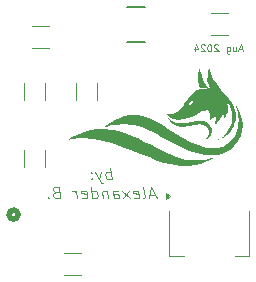
<source format=gbr>
%TF.GenerationSoftware,KiCad,Pcbnew,8.0.4*%
%TF.CreationDate,2024-08-01T02:26:55-04:00*%
%TF.ProjectId,esp32-c3-wroom-socket,65737033-322d-4633-932d-77726f6f6d2d,rev?*%
%TF.SameCoordinates,Original*%
%TF.FileFunction,Legend,Bot*%
%TF.FilePolarity,Positive*%
%FSLAX46Y46*%
G04 Gerber Fmt 4.6, Leading zero omitted, Abs format (unit mm)*
G04 Created by KiCad (PCBNEW 8.0.4) date 2024-08-01 02:26:55*
%MOMM*%
%LPD*%
G01*
G04 APERTURE LIST*
%ADD10C,0.100000*%
%ADD11C,0.120000*%
%ADD12C,0.508000*%
%ADD13C,0.000000*%
%ADD14C,0.152400*%
G04 APERTURE END LIST*
D10*
X154639285Y-72452447D02*
X154514285Y-71452447D01*
X154561904Y-71833399D02*
X154460713Y-71785780D01*
X154460713Y-71785780D02*
X154270237Y-71785780D01*
X154270237Y-71785780D02*
X154180951Y-71833399D01*
X154180951Y-71833399D02*
X154139285Y-71881018D01*
X154139285Y-71881018D02*
X154103570Y-71976256D01*
X154103570Y-71976256D02*
X154139285Y-72261970D01*
X154139285Y-72261970D02*
X154198808Y-72357208D01*
X154198808Y-72357208D02*
X154252380Y-72404828D01*
X154252380Y-72404828D02*
X154353570Y-72452447D01*
X154353570Y-72452447D02*
X154544047Y-72452447D01*
X154544047Y-72452447D02*
X154633332Y-72404828D01*
X153746427Y-71785780D02*
X153591666Y-72452447D01*
X153270237Y-71785780D02*
X153591666Y-72452447D01*
X153591666Y-72452447D02*
X153716666Y-72690542D01*
X153716666Y-72690542D02*
X153770237Y-72738161D01*
X153770237Y-72738161D02*
X153871427Y-72785780D01*
X152960713Y-72357208D02*
X152919046Y-72404828D01*
X152919046Y-72404828D02*
X152972618Y-72452447D01*
X152972618Y-72452447D02*
X153014284Y-72404828D01*
X153014284Y-72404828D02*
X152960713Y-72357208D01*
X152960713Y-72357208D02*
X152972618Y-72452447D01*
X152895237Y-71833399D02*
X152853570Y-71881018D01*
X152853570Y-71881018D02*
X152907141Y-71928637D01*
X152907141Y-71928637D02*
X152948808Y-71881018D01*
X152948808Y-71881018D02*
X152895237Y-71833399D01*
X152895237Y-71833399D02*
X152907141Y-71928637D01*
X158317857Y-73776676D02*
X157841667Y-73776676D01*
X158448810Y-74062391D02*
X157990476Y-73062391D01*
X157990476Y-73062391D02*
X157782143Y-74062391D01*
X157305953Y-74062391D02*
X157395238Y-74014772D01*
X157395238Y-74014772D02*
X157430953Y-73919533D01*
X157430953Y-73919533D02*
X157323810Y-73062391D01*
X156538095Y-74014772D02*
X156639285Y-74062391D01*
X156639285Y-74062391D02*
X156829762Y-74062391D01*
X156829762Y-74062391D02*
X156919047Y-74014772D01*
X156919047Y-74014772D02*
X156954762Y-73919533D01*
X156954762Y-73919533D02*
X156907143Y-73538581D01*
X156907143Y-73538581D02*
X156847619Y-73443343D01*
X156847619Y-73443343D02*
X156746428Y-73395724D01*
X156746428Y-73395724D02*
X156555952Y-73395724D01*
X156555952Y-73395724D02*
X156466666Y-73443343D01*
X156466666Y-73443343D02*
X156430952Y-73538581D01*
X156430952Y-73538581D02*
X156442857Y-73633819D01*
X156442857Y-73633819D02*
X156930952Y-73729057D01*
X156163095Y-74062391D02*
X155555952Y-73395724D01*
X156079761Y-73395724D02*
X155639285Y-74062391D01*
X154829761Y-74062391D02*
X154764285Y-73538581D01*
X154764285Y-73538581D02*
X154799999Y-73443343D01*
X154799999Y-73443343D02*
X154889285Y-73395724D01*
X154889285Y-73395724D02*
X155079761Y-73395724D01*
X155079761Y-73395724D02*
X155180952Y-73443343D01*
X154823809Y-74014772D02*
X154924999Y-74062391D01*
X154924999Y-74062391D02*
X155163095Y-74062391D01*
X155163095Y-74062391D02*
X155252380Y-74014772D01*
X155252380Y-74014772D02*
X155288095Y-73919533D01*
X155288095Y-73919533D02*
X155276190Y-73824295D01*
X155276190Y-73824295D02*
X155216666Y-73729057D01*
X155216666Y-73729057D02*
X155115476Y-73681438D01*
X155115476Y-73681438D02*
X154877380Y-73681438D01*
X154877380Y-73681438D02*
X154776190Y-73633819D01*
X154270237Y-73395724D02*
X154353571Y-74062391D01*
X154282142Y-73490962D02*
X154228571Y-73443343D01*
X154228571Y-73443343D02*
X154127380Y-73395724D01*
X154127380Y-73395724D02*
X153984523Y-73395724D01*
X153984523Y-73395724D02*
X153895237Y-73443343D01*
X153895237Y-73443343D02*
X153859523Y-73538581D01*
X153859523Y-73538581D02*
X153924999Y-74062391D01*
X153020237Y-74062391D02*
X152895237Y-73062391D01*
X153014285Y-74014772D02*
X153115475Y-74062391D01*
X153115475Y-74062391D02*
X153305952Y-74062391D01*
X153305952Y-74062391D02*
X153395237Y-74014772D01*
X153395237Y-74014772D02*
X153436904Y-73967152D01*
X153436904Y-73967152D02*
X153472618Y-73871914D01*
X153472618Y-73871914D02*
X153436904Y-73586200D01*
X153436904Y-73586200D02*
X153377380Y-73490962D01*
X153377380Y-73490962D02*
X153323809Y-73443343D01*
X153323809Y-73443343D02*
X153222618Y-73395724D01*
X153222618Y-73395724D02*
X153032142Y-73395724D01*
X153032142Y-73395724D02*
X152942856Y-73443343D01*
X152157142Y-74014772D02*
X152258332Y-74062391D01*
X152258332Y-74062391D02*
X152448809Y-74062391D01*
X152448809Y-74062391D02*
X152538094Y-74014772D01*
X152538094Y-74014772D02*
X152573809Y-73919533D01*
X152573809Y-73919533D02*
X152526190Y-73538581D01*
X152526190Y-73538581D02*
X152466666Y-73443343D01*
X152466666Y-73443343D02*
X152365475Y-73395724D01*
X152365475Y-73395724D02*
X152174999Y-73395724D01*
X152174999Y-73395724D02*
X152085713Y-73443343D01*
X152085713Y-73443343D02*
X152049999Y-73538581D01*
X152049999Y-73538581D02*
X152061904Y-73633819D01*
X152061904Y-73633819D02*
X152549999Y-73729057D01*
X151686904Y-74062391D02*
X151603570Y-73395724D01*
X151627380Y-73586200D02*
X151567856Y-73490962D01*
X151567856Y-73490962D02*
X151514285Y-73443343D01*
X151514285Y-73443343D02*
X151413094Y-73395724D01*
X151413094Y-73395724D02*
X151317856Y-73395724D01*
X149907141Y-73538581D02*
X149770236Y-73586200D01*
X149770236Y-73586200D02*
X149728570Y-73633819D01*
X149728570Y-73633819D02*
X149692855Y-73729057D01*
X149692855Y-73729057D02*
X149710713Y-73871914D01*
X149710713Y-73871914D02*
X149770236Y-73967152D01*
X149770236Y-73967152D02*
X149823808Y-74014772D01*
X149823808Y-74014772D02*
X149924998Y-74062391D01*
X149924998Y-74062391D02*
X150305951Y-74062391D01*
X150305951Y-74062391D02*
X150180951Y-73062391D01*
X150180951Y-73062391D02*
X149847617Y-73062391D01*
X149847617Y-73062391D02*
X149758332Y-73110010D01*
X149758332Y-73110010D02*
X149716665Y-73157629D01*
X149716665Y-73157629D02*
X149680951Y-73252867D01*
X149680951Y-73252867D02*
X149692855Y-73348105D01*
X149692855Y-73348105D02*
X149752379Y-73443343D01*
X149752379Y-73443343D02*
X149805951Y-73490962D01*
X149805951Y-73490962D02*
X149907141Y-73538581D01*
X149907141Y-73538581D02*
X150240474Y-73538581D01*
X149294046Y-73967152D02*
X149252379Y-74014772D01*
X149252379Y-74014772D02*
X149305951Y-74062391D01*
X149305951Y-74062391D02*
X149347617Y-74014772D01*
X149347617Y-74014772D02*
X149294046Y-73967152D01*
X149294046Y-73967152D02*
X149305951Y-74062391D01*
X165719925Y-61449942D02*
X165434211Y-61449942D01*
X165777068Y-61621371D02*
X165577068Y-61021371D01*
X165577068Y-61021371D02*
X165377068Y-61621371D01*
X164919925Y-61221371D02*
X164919925Y-61621371D01*
X165177067Y-61221371D02*
X165177067Y-61535657D01*
X165177067Y-61535657D02*
X165148496Y-61592800D01*
X165148496Y-61592800D02*
X165091353Y-61621371D01*
X165091353Y-61621371D02*
X165005639Y-61621371D01*
X165005639Y-61621371D02*
X164948496Y-61592800D01*
X164948496Y-61592800D02*
X164919925Y-61564228D01*
X164377068Y-61221371D02*
X164377068Y-61707085D01*
X164377068Y-61707085D02*
X164405639Y-61764228D01*
X164405639Y-61764228D02*
X164434210Y-61792800D01*
X164434210Y-61792800D02*
X164491353Y-61821371D01*
X164491353Y-61821371D02*
X164577068Y-61821371D01*
X164577068Y-61821371D02*
X164634210Y-61792800D01*
X164377068Y-61592800D02*
X164434210Y-61621371D01*
X164434210Y-61621371D02*
X164548496Y-61621371D01*
X164548496Y-61621371D02*
X164605639Y-61592800D01*
X164605639Y-61592800D02*
X164634210Y-61564228D01*
X164634210Y-61564228D02*
X164662782Y-61507085D01*
X164662782Y-61507085D02*
X164662782Y-61335657D01*
X164662782Y-61335657D02*
X164634210Y-61278514D01*
X164634210Y-61278514D02*
X164605639Y-61249942D01*
X164605639Y-61249942D02*
X164548496Y-61221371D01*
X164548496Y-61221371D02*
X164434210Y-61221371D01*
X164434210Y-61221371D02*
X164377068Y-61249942D01*
X163662782Y-61078514D02*
X163634210Y-61049942D01*
X163634210Y-61049942D02*
X163577068Y-61021371D01*
X163577068Y-61021371D02*
X163434210Y-61021371D01*
X163434210Y-61021371D02*
X163377068Y-61049942D01*
X163377068Y-61049942D02*
X163348496Y-61078514D01*
X163348496Y-61078514D02*
X163319925Y-61135657D01*
X163319925Y-61135657D02*
X163319925Y-61192800D01*
X163319925Y-61192800D02*
X163348496Y-61278514D01*
X163348496Y-61278514D02*
X163691353Y-61621371D01*
X163691353Y-61621371D02*
X163319925Y-61621371D01*
X162948496Y-61021371D02*
X162891353Y-61021371D01*
X162891353Y-61021371D02*
X162834210Y-61049942D01*
X162834210Y-61049942D02*
X162805639Y-61078514D01*
X162805639Y-61078514D02*
X162777067Y-61135657D01*
X162777067Y-61135657D02*
X162748496Y-61249942D01*
X162748496Y-61249942D02*
X162748496Y-61392800D01*
X162748496Y-61392800D02*
X162777067Y-61507085D01*
X162777067Y-61507085D02*
X162805639Y-61564228D01*
X162805639Y-61564228D02*
X162834210Y-61592800D01*
X162834210Y-61592800D02*
X162891353Y-61621371D01*
X162891353Y-61621371D02*
X162948496Y-61621371D01*
X162948496Y-61621371D02*
X163005639Y-61592800D01*
X163005639Y-61592800D02*
X163034210Y-61564228D01*
X163034210Y-61564228D02*
X163062781Y-61507085D01*
X163062781Y-61507085D02*
X163091353Y-61392800D01*
X163091353Y-61392800D02*
X163091353Y-61249942D01*
X163091353Y-61249942D02*
X163062781Y-61135657D01*
X163062781Y-61135657D02*
X163034210Y-61078514D01*
X163034210Y-61078514D02*
X163005639Y-61049942D01*
X163005639Y-61049942D02*
X162948496Y-61021371D01*
X162519924Y-61078514D02*
X162491352Y-61049942D01*
X162491352Y-61049942D02*
X162434210Y-61021371D01*
X162434210Y-61021371D02*
X162291352Y-61021371D01*
X162291352Y-61021371D02*
X162234210Y-61049942D01*
X162234210Y-61049942D02*
X162205638Y-61078514D01*
X162205638Y-61078514D02*
X162177067Y-61135657D01*
X162177067Y-61135657D02*
X162177067Y-61192800D01*
X162177067Y-61192800D02*
X162205638Y-61278514D01*
X162205638Y-61278514D02*
X162548495Y-61621371D01*
X162548495Y-61621371D02*
X162177067Y-61621371D01*
X161662781Y-61221371D02*
X161662781Y-61621371D01*
X161805638Y-60992800D02*
X161948495Y-61421371D01*
X161948495Y-61421371D02*
X161577066Y-61421371D01*
D11*
%TO.C,R10*%
X147190000Y-71427064D02*
X147190000Y-69972936D01*
X149010000Y-71427064D02*
X149010000Y-69972936D01*
%TO.C,R9*%
X152027064Y-80510000D02*
X150572936Y-80510000D01*
X152027064Y-78690000D02*
X150572936Y-78690000D01*
D12*
%TO.C,J4*%
X146723615Y-75435000D02*
G75*
G02*
X145961615Y-75435000I-381000J0D01*
G01*
X145961615Y-75435000D02*
G75*
G02*
X146723615Y-75435000I381000J0D01*
G01*
D11*
%TO.C,R8*%
X151590000Y-65727064D02*
X151590000Y-64272936D01*
X153410000Y-65727064D02*
X153410000Y-64272936D01*
D13*
%TO.C,G\u002A\u002A\u002A*%
G36*
X163691247Y-69073085D02*
G01*
X163663457Y-69100875D01*
X163635668Y-69073085D01*
X163663457Y-69045295D01*
X163691247Y-69073085D01*
G37*
G36*
X162088365Y-63121532D02*
G01*
X162130550Y-63264989D01*
X162167936Y-63396924D01*
X162265538Y-63682968D01*
X162380896Y-63966344D01*
X162502066Y-64220962D01*
X162617104Y-64420731D01*
X162714064Y-64539562D01*
X162763752Y-64589844D01*
X162801969Y-64663831D01*
X162801944Y-64664428D01*
X162749213Y-64687686D01*
X162614775Y-64699999D01*
X162427166Y-64698710D01*
X162336701Y-64694544D01*
X162173902Y-64681578D01*
X162084399Y-64655487D01*
X162041095Y-64604172D01*
X162016893Y-64515536D01*
X161999208Y-64381419D01*
X161986502Y-64170222D01*
X161980421Y-63919739D01*
X161980882Y-63660025D01*
X161987804Y-63421134D01*
X162001102Y-63233121D01*
X162020697Y-63126039D01*
X162027120Y-63110808D01*
X162057260Y-63074403D01*
X162088365Y-63121532D01*
G37*
G36*
X159487436Y-67280532D02*
G01*
X159592451Y-67364967D01*
X159786742Y-67511382D01*
X160101259Y-67643037D01*
X160483217Y-67701370D01*
X160938630Y-67687136D01*
X161473511Y-67601089D01*
X161477163Y-67600319D01*
X161814951Y-67534994D01*
X162072034Y-67501933D01*
X162273801Y-67500998D01*
X162445640Y-67532054D01*
X162612939Y-67594963D01*
X162803297Y-67710752D01*
X163000145Y-67933593D01*
X163106573Y-68214052D01*
X163115304Y-68402684D01*
X163034665Y-68663229D01*
X162844045Y-68919408D01*
X162833468Y-68930304D01*
X162712174Y-69041384D01*
X162651943Y-69069709D01*
X162659302Y-69017364D01*
X162740780Y-68886433D01*
X162781739Y-68824177D01*
X162884459Y-68570239D01*
X162888805Y-68325532D01*
X162797239Y-68108267D01*
X162612229Y-67936658D01*
X162542632Y-67897000D01*
X162340280Y-67820434D01*
X162105925Y-67792046D01*
X161816275Y-67810602D01*
X161448040Y-67874864D01*
X161320446Y-67900025D01*
X161046282Y-67945689D01*
X160797037Y-67977155D01*
X160614341Y-67988735D01*
X160487325Y-67981187D01*
X160149965Y-67897470D01*
X159837879Y-67735483D01*
X159589830Y-67513219D01*
X159554216Y-67468794D01*
X159468130Y-67343105D01*
X159445933Y-67276798D01*
X159487436Y-67280532D01*
G37*
G36*
X154724104Y-68238716D02*
G01*
X154873697Y-68269041D01*
X155207893Y-68351328D01*
X155558767Y-68459144D01*
X155939428Y-68597764D01*
X156362984Y-68772463D01*
X156842542Y-68988515D01*
X157391212Y-69251193D01*
X158022101Y-69565774D01*
X158275783Y-69693769D01*
X158832057Y-69970373D01*
X159308967Y-70199444D01*
X159719301Y-70385280D01*
X160075843Y-70532183D01*
X160391382Y-70644451D01*
X160678702Y-70726385D01*
X160950591Y-70782285D01*
X161219835Y-70816451D01*
X161499220Y-70833182D01*
X161801532Y-70836780D01*
X161908736Y-70835703D01*
X162268882Y-70820103D01*
X162563761Y-70783348D01*
X162828960Y-70721444D01*
X162853715Y-70714340D01*
X163040991Y-70664298D01*
X163178362Y-70633932D01*
X163237610Y-70629586D01*
X163212187Y-70660974D01*
X163106823Y-70724819D01*
X162943316Y-70808932D01*
X162745100Y-70902307D01*
X162535610Y-70993936D01*
X162338283Y-71072815D01*
X162176552Y-71127934D01*
X162036305Y-71164944D01*
X161767108Y-71223955D01*
X161512913Y-71267752D01*
X161293123Y-71288182D01*
X160916347Y-71295041D01*
X160495636Y-71277783D01*
X160068371Y-71238227D01*
X159671928Y-71178191D01*
X159489195Y-71140673D01*
X159145133Y-71054062D01*
X158769864Y-70938501D01*
X158346623Y-70788235D01*
X157858645Y-70597514D01*
X157289164Y-70360583D01*
X156455216Y-70019804D01*
X155529391Y-69677410D01*
X154666340Y-69398797D01*
X153873638Y-69186382D01*
X153158862Y-69042582D01*
X153129417Y-69038004D01*
X152834975Y-69005592D01*
X152492481Y-68986237D01*
X152133620Y-68979979D01*
X151790075Y-68986858D01*
X151493529Y-69006915D01*
X151275667Y-69040189D01*
X151177967Y-69061789D01*
X151045044Y-69084490D01*
X150984473Y-69084838D01*
X150999846Y-69056656D01*
X151093720Y-68988432D01*
X151251225Y-68894268D01*
X151451442Y-68785444D01*
X151673452Y-68673239D01*
X151896336Y-68568934D01*
X152099173Y-68483806D01*
X152583682Y-68325058D01*
X153293185Y-68188445D01*
X154010902Y-68159268D01*
X154724104Y-68238716D01*
G37*
G36*
X165218438Y-66269316D02*
G01*
X165277088Y-66349193D01*
X165360917Y-66496488D01*
X165462597Y-66703696D01*
X165508590Y-66808211D01*
X165675479Y-67333748D01*
X165737052Y-67848952D01*
X165698180Y-68344134D01*
X165563735Y-68809605D01*
X165338587Y-69235675D01*
X165027607Y-69612655D01*
X164635668Y-69930855D01*
X164167640Y-70180586D01*
X163628395Y-70352158D01*
X163556358Y-70367087D01*
X163065643Y-70409580D01*
X162510479Y-70364085D01*
X161892990Y-70231273D01*
X161215301Y-70011815D01*
X160479537Y-69706384D01*
X159687822Y-69315648D01*
X158842279Y-68840280D01*
X158638935Y-68721188D01*
X158173265Y-68464384D01*
X157752925Y-68259732D01*
X157349045Y-68093823D01*
X156932757Y-67953246D01*
X156770701Y-67905361D01*
X156585579Y-67859200D01*
X156405403Y-67829039D01*
X156201157Y-67811561D01*
X155943820Y-67803448D01*
X155604376Y-67801384D01*
X155484717Y-67801544D01*
X155167053Y-67805567D01*
X154926666Y-67816920D01*
X154737820Y-67838179D01*
X154574775Y-67871920D01*
X154411795Y-67920718D01*
X154407899Y-67922016D01*
X154226043Y-67978799D01*
X154091226Y-68013924D01*
X154032379Y-68019833D01*
X154037578Y-67994296D01*
X154113795Y-67919577D01*
X154255178Y-67813170D01*
X154442085Y-67688021D01*
X154654874Y-67557079D01*
X154873904Y-67433288D01*
X155079535Y-67329596D01*
X155314227Y-67226555D01*
X155712094Y-67088125D01*
X156090455Y-67012070D01*
X156488804Y-66988840D01*
X156563816Y-66989454D01*
X156911845Y-67011209D01*
X157248121Y-67068755D01*
X157588470Y-67168411D01*
X157948716Y-67316499D01*
X158344687Y-67519341D01*
X158792206Y-67783257D01*
X159307100Y-68114570D01*
X159408562Y-68181562D01*
X160092584Y-68617437D01*
X160707923Y-68979024D01*
X161263179Y-69270210D01*
X161766953Y-69494884D01*
X162227847Y-69656931D01*
X162654460Y-69760239D01*
X163055393Y-69808697D01*
X163356923Y-69817210D01*
X163627801Y-69799081D01*
X163863615Y-69748878D01*
X164036850Y-69688488D01*
X164427243Y-69473404D01*
X164774123Y-69169435D01*
X165063375Y-68790507D01*
X165280883Y-68350547D01*
X165339992Y-68127906D01*
X165380174Y-67806159D01*
X165392183Y-67445850D01*
X165376378Y-67083528D01*
X165333118Y-66755744D01*
X165262759Y-66499049D01*
X165205998Y-66341838D01*
X165192299Y-66264362D01*
X165218438Y-66269316D01*
G37*
G36*
X164719832Y-65849453D02*
G01*
X164832980Y-66011272D01*
X164995433Y-66301567D01*
X165100141Y-66571271D01*
X165153395Y-66833409D01*
X165161483Y-67101007D01*
X165130695Y-67387090D01*
X165111949Y-67491655D01*
X164970071Y-67963170D01*
X164747032Y-68361132D01*
X164444627Y-68682948D01*
X164064656Y-68926023D01*
X163929383Y-68989262D01*
X163813486Y-69033402D01*
X163792900Y-69020809D01*
X163867550Y-68951199D01*
X164037359Y-68824292D01*
X164125407Y-68757561D01*
X164444345Y-68435159D01*
X164674371Y-68058169D01*
X164812178Y-67640542D01*
X164854463Y-67196231D01*
X164797920Y-66739187D01*
X164639244Y-66283364D01*
X164626013Y-66255301D01*
X164541939Y-66087100D01*
X164477076Y-65973980D01*
X164444537Y-65939125D01*
X164440164Y-65963340D01*
X164449992Y-66070873D01*
X164478753Y-66229832D01*
X164507717Y-66467873D01*
X164471345Y-66757135D01*
X164436699Y-66869043D01*
X164363382Y-67044565D01*
X164277644Y-67208472D01*
X164196230Y-67329792D01*
X164135886Y-67377554D01*
X164126307Y-67354700D01*
X164119631Y-67248953D01*
X164123420Y-67086139D01*
X164138743Y-66794311D01*
X163996300Y-67081503D01*
X163919604Y-67211160D01*
X163801289Y-67372230D01*
X163668361Y-67528161D01*
X163540535Y-67657561D01*
X163437530Y-67739037D01*
X163379060Y-67751197D01*
X163378233Y-67691861D01*
X163411793Y-67576519D01*
X163415666Y-67565845D01*
X163453411Y-67399881D01*
X163468928Y-67214080D01*
X163468928Y-67001918D01*
X163253147Y-67217698D01*
X163223600Y-67246704D01*
X163080480Y-67369581D01*
X162977618Y-67428735D01*
X162927839Y-67419252D01*
X162943968Y-67336214D01*
X162957293Y-67304120D01*
X163011815Y-67075764D01*
X162998395Y-66868274D01*
X162918459Y-66716270D01*
X162860706Y-66667522D01*
X162720301Y-66611640D01*
X162541961Y-66621353D01*
X162310174Y-66698883D01*
X162009428Y-66846452D01*
X161611080Y-67043456D01*
X161129533Y-67233031D01*
X160686755Y-67352234D01*
X160300875Y-67395241D01*
X160218890Y-67394599D01*
X159920776Y-67358269D01*
X159684103Y-67258726D01*
X159477670Y-67084182D01*
X159349214Y-66946643D01*
X159702354Y-66924157D01*
X159844295Y-66910712D01*
X160041716Y-66866120D01*
X160212351Y-66780871D01*
X160375655Y-66640442D01*
X160551081Y-66430308D01*
X160758084Y-66135944D01*
X160758406Y-66135468D01*
X161190153Y-66135468D01*
X161191998Y-66167819D01*
X161219109Y-66204805D01*
X161289426Y-66166722D01*
X161416748Y-66048258D01*
X161444391Y-66019879D01*
X161549487Y-65887200D01*
X161560998Y-65849453D01*
X164358206Y-65849453D01*
X164385996Y-65877243D01*
X164413786Y-65849453D01*
X164385996Y-65821663D01*
X164358206Y-65849453D01*
X161560998Y-65849453D01*
X161576553Y-65798442D01*
X161520979Y-65766083D01*
X161509007Y-65767727D01*
X161420597Y-65822659D01*
X161315279Y-65927612D01*
X161227111Y-66044558D01*
X161190153Y-66135468D01*
X160758406Y-66135468D01*
X160794980Y-66081458D01*
X161094532Y-65671499D01*
X161382371Y-65333918D01*
X161648899Y-65079096D01*
X161884521Y-64917412D01*
X161902294Y-64908578D01*
X162173323Y-64822444D01*
X162540174Y-64776958D01*
X162596100Y-64773320D01*
X162784682Y-64755907D01*
X162912375Y-64735813D01*
X162954092Y-64716691D01*
X162847130Y-64501646D01*
X162780237Y-64292024D01*
X162754225Y-64061485D01*
X162760134Y-63766104D01*
X162764038Y-63704353D01*
X162787756Y-63465369D01*
X162820533Y-63259615D01*
X162856503Y-63126039D01*
X162926773Y-62959300D01*
X163003359Y-63284723D01*
X163051728Y-63457991D01*
X163245024Y-63914732D01*
X163533172Y-64385081D01*
X163908104Y-64855029D01*
X163936262Y-64886583D01*
X164309684Y-65316805D01*
X164606493Y-65687360D01*
X164684164Y-65798442D01*
X164719832Y-65849453D01*
G37*
D14*
%TO.C,LED1*%
X157487373Y-57876801D02*
X155932627Y-57876801D01*
X157487373Y-60823201D02*
X155932627Y-60823201D01*
D11*
%TO.C,R7*%
X147190000Y-65727064D02*
X147190000Y-64272936D01*
X149010000Y-65727064D02*
X149010000Y-64272936D01*
%TO.C,U2*%
X159490000Y-78910000D02*
X159490000Y-75150000D01*
X160750000Y-78910000D02*
X159490000Y-78910000D01*
X165050000Y-78910000D02*
X166310000Y-78910000D01*
X166310000Y-78910000D02*
X166310000Y-75150000D01*
X159590000Y-73870000D02*
X159260000Y-74110000D01*
X159260000Y-73630000D01*
X159590000Y-73870000D01*
G36*
X159590000Y-73870000D02*
G01*
X159260000Y-74110000D01*
X159260000Y-73630000D01*
X159590000Y-73870000D01*
G37*
%TO.C,R1*%
X147872936Y-59490000D02*
X149327064Y-59490000D01*
X147872936Y-61310000D02*
X149327064Y-61310000D01*
%TO.C,R4*%
X163072936Y-58390000D02*
X164527064Y-58390000D01*
X163072936Y-60210000D02*
X164527064Y-60210000D01*
%TD*%
M02*

</source>
